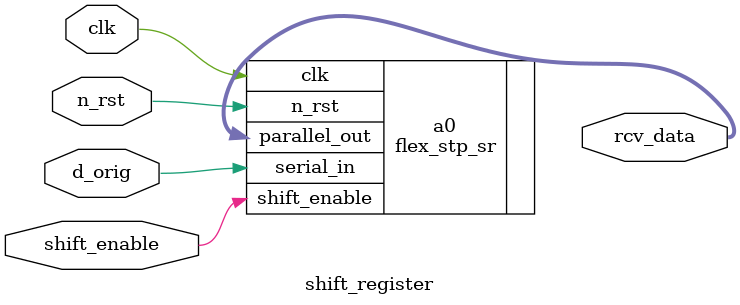
<source format=sv>



module shift_register
(
	input wire clk,
	input wire n_rst,
	input wire shift_enable,
	input wire d_orig,
	output reg [7:0] rcv_data
);


flex_stp_sr #(8,0) a0 (.clk(clk), .n_rst(n_rst), .shift_enable(shift_enable), .serial_in(d_orig), .parallel_out(rcv_data));

endmodule

</source>
